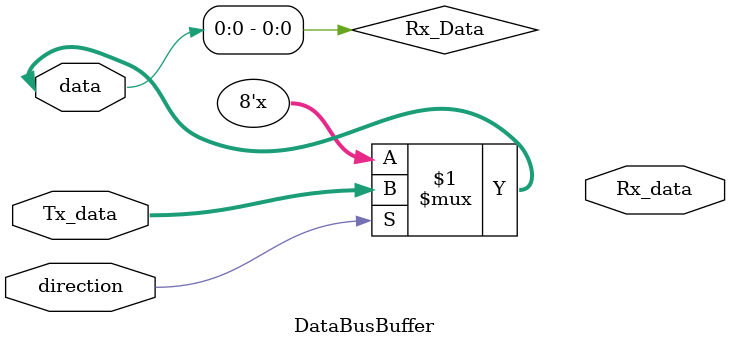
<source format=v>
module DataBusBuffer (
    inout [7:0] data, //internal bus when send ** output **  or bus from pc when read so **input** 
    input direction,  //1>>sending to pc
    output [7:0] Rx_data, //recieved data
    input [7:0] Tx_data //sent data
);
 
assign data = direction ? Tx_data : 8'bZ;
assign Rx_Data = data;

endmodule
</source>
